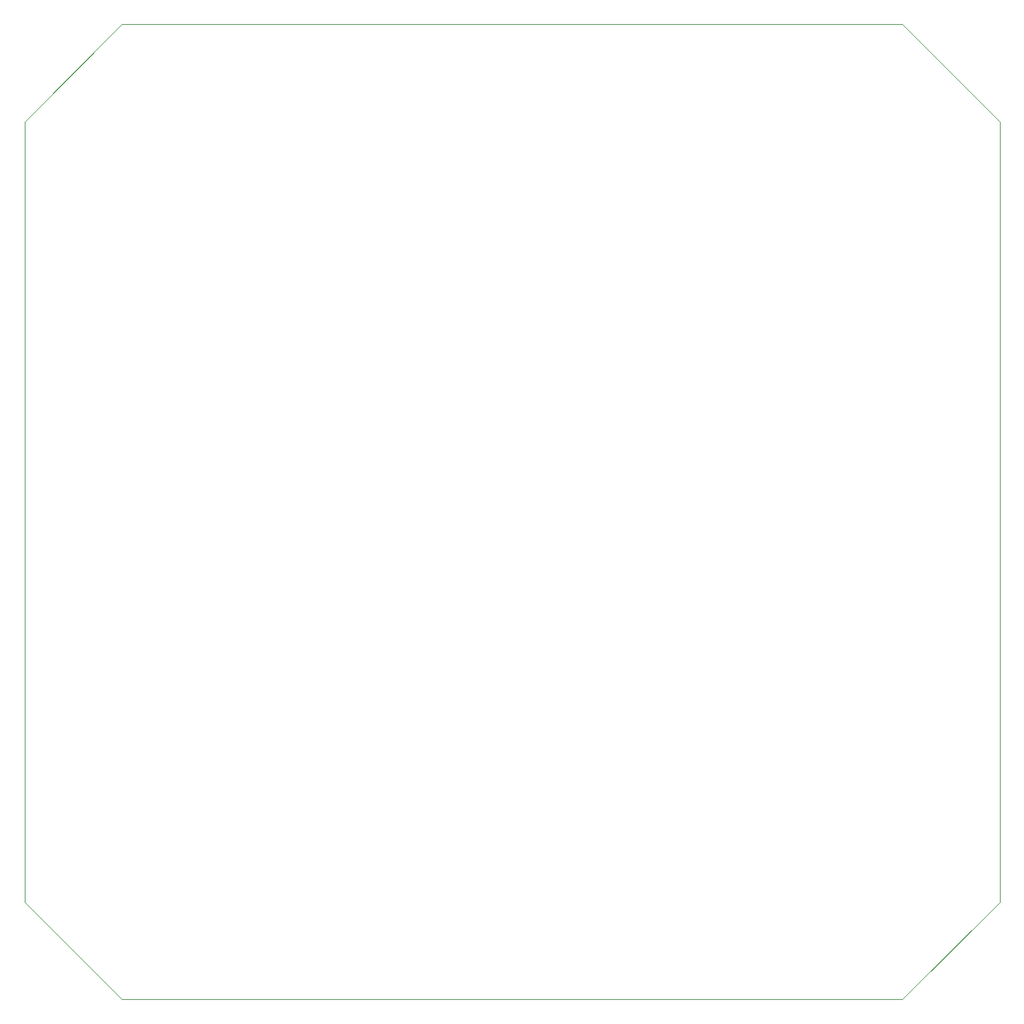
<source format=gbo>
%FSAX24Y24*%
%MOIN*%
G70*
G01*
G75*
G04 Layer_Color=32896*
%ADD10P,0.0835X4X202.5*%
%ADD11P,0.0835X4X157.5*%
%ADD12R,0.0591X0.0591*%
%ADD13P,0.0835X4X112.5*%
%ADD14P,0.0835X4X90.0*%
%ADD15P,0.0835X4X382.5*%
%ADD16P,0.0835X4X360.0*%
%ADD17P,0.0835X4X292.5*%
%ADD18P,0.0835X4X247.5*%
%ADD19P,0.1058X4X90.0*%
G04:AMPARAMS|DCode=20|XSize=63mil|YSize=55.1mil|CornerRadius=0mil|HoleSize=0mil|Usage=FLASHONLY|Rotation=45.000|XOffset=0mil|YOffset=0mil|HoleType=Round|Shape=Rectangle|*
%AMROTATEDRECTD20*
4,1,4,-0.0028,-0.0418,-0.0418,-0.0028,0.0028,0.0418,0.0418,0.0028,-0.0028,-0.0418,0.0*
%
%ADD20ROTATEDRECTD20*%

G04:AMPARAMS|DCode=21|XSize=15.7mil|YSize=53.2mil|CornerRadius=0mil|HoleSize=0mil|Usage=FLASHONLY|Rotation=45.000|XOffset=0mil|YOffset=0mil|HoleType=Round|Shape=Rectangle|*
%AMROTATEDRECTD21*
4,1,4,0.0132,-0.0244,-0.0244,0.0132,-0.0132,0.0244,0.0244,-0.0132,0.0132,-0.0244,0.0*
%
%ADD21ROTATEDRECTD21*%

%ADD22P,0.0835X4X337.5*%
%ADD23R,0.0591X0.0591*%
%ADD24R,0.0433X0.0669*%
%ADD25R,0.0197X0.0236*%
G04:AMPARAMS|DCode=26|XSize=66.9mil|YSize=43.3mil|CornerRadius=0mil|HoleSize=0mil|Usage=FLASHONLY|Rotation=45.000|XOffset=0mil|YOffset=0mil|HoleType=Round|Shape=Rectangle|*
%AMROTATEDRECTD26*
4,1,4,-0.0084,-0.0390,-0.0390,-0.0084,0.0084,0.0390,0.0390,0.0084,-0.0084,-0.0390,0.0*
%
%ADD26ROTATEDRECTD26*%

G04:AMPARAMS|DCode=27|XSize=21.7mil|YSize=68.9mil|CornerRadius=0mil|HoleSize=0mil|Usage=FLASHONLY|Rotation=135.000|XOffset=0mil|YOffset=0mil|HoleType=Round|Shape=Round|*
%AMOVALD27*
21,1,0.0472,0.0217,0.0000,0.0000,225.0*
1,1,0.0217,0.0167,0.0167*
1,1,0.0217,-0.0167,-0.0167*
%
%ADD27OVALD27*%

G04:AMPARAMS|DCode=28|XSize=21.7mil|YSize=68.9mil|CornerRadius=0mil|HoleSize=0mil|Usage=FLASHONLY|Rotation=45.000|XOffset=0mil|YOffset=0mil|HoleType=Round|Shape=Round|*
%AMOVALD28*
21,1,0.0472,0.0217,0.0000,0.0000,135.0*
1,1,0.0217,0.0167,-0.0167*
1,1,0.0217,-0.0167,0.0167*
%
%ADD28OVALD28*%

%ADD29R,0.0512X0.0984*%
%ADD30P,0.0835X4X67.5*%
%ADD31R,0.0591X0.0591*%
%ADD32R,0.0512X0.0610*%
%ADD33R,0.0098X0.0276*%
%ADD34R,0.0276X0.0098*%
%ADD35R,0.0236X0.0866*%
%ADD36R,0.0866X0.0236*%
%ADD37R,0.1181X0.0630*%
%ADD38R,0.2638X0.2638*%
G04:AMPARAMS|DCode=39|XSize=216.5mil|YSize=78.7mil|CornerRadius=0mil|HoleSize=0mil|Usage=FLASHONLY|Rotation=225.000|XOffset=0mil|YOffset=0mil|HoleType=Round|Shape=Rectangle|*
%AMROTATEDRECTD39*
4,1,4,0.0487,0.1044,0.1044,0.0487,-0.0487,-0.1044,-0.1044,-0.0487,0.0487,0.1044,0.0*
%
%ADD39ROTATEDRECTD39*%

%ADD40R,0.2165X0.0787*%
%ADD41R,0.0079X0.0197*%
G04:AMPARAMS|DCode=42|XSize=40mil|YSize=40mil|CornerRadius=20mil|HoleSize=0mil|Usage=FLASHONLY|Rotation=0.000|XOffset=0mil|YOffset=0mil|HoleType=Round|Shape=RoundedRectangle|*
%AMROUNDEDRECTD42*
21,1,0.0400,0.0000,0,0,0.0*
21,1,0.0000,0.0400,0,0,0.0*
1,1,0.0400,0.0000,0.0000*
1,1,0.0400,0.0000,0.0000*
1,1,0.0400,0.0000,0.0000*
1,1,0.0400,0.0000,0.0000*
%
%ADD42ROUNDEDRECTD42*%
%ADD43C,0.0512*%
%ADD44C,0.0039*%
%ADD45C,0.0100*%
%ADD46C,0.0140*%
%ADD47C,0.0200*%
%ADD48C,0.0005*%
G04:AMPARAMS|DCode=49|XSize=35.4mil|YSize=63mil|CornerRadius=0mil|HoleSize=0mil|Usage=FLASHONLY|Rotation=45.000|XOffset=0mil|YOffset=0mil|HoleType=Round|Shape=Round|*
%AMOVALD49*
21,1,0.0276,0.0354,0.0000,0.0000,135.0*
1,1,0.0354,0.0097,-0.0097*
1,1,0.0354,-0.0097,0.0097*
%
%ADD49OVALD49*%

%ADD50R,0.0591X0.0591*%
%ADD51C,0.0591*%
%ADD52C,0.0551*%
%ADD53C,0.0800*%
%ADD54C,0.0200*%
%ADD55C,0.2894*%
%ADD56C,0.0000*%
%ADD57C,0.0098*%
%ADD58C,0.0236*%
%ADD59C,0.0079*%
%ADD60C,0.0040*%
%ADD61C,0.0080*%
%ADD62P,0.0948X4X202.5*%
%ADD63P,0.0948X4X157.5*%
%ADD64R,0.0671X0.0671*%
%ADD65P,0.0948X4X112.5*%
%ADD66P,0.0948X4X90.0*%
%ADD67P,0.0948X4X382.5*%
%ADD68P,0.0948X4X360.0*%
%ADD69P,0.0948X4X292.5*%
%ADD70P,0.0948X4X247.5*%
%ADD71P,0.1171X4X90.0*%
G04:AMPARAMS|DCode=72|XSize=71mil|YSize=63.1mil|CornerRadius=0mil|HoleSize=0mil|Usage=FLASHONLY|Rotation=45.000|XOffset=0mil|YOffset=0mil|HoleType=Round|Shape=Rectangle|*
%AMROTATEDRECTD72*
4,1,4,-0.0028,-0.0474,-0.0474,-0.0028,0.0028,0.0474,0.0474,0.0028,-0.0028,-0.0474,0.0*
%
%ADD72ROTATEDRECTD72*%

G04:AMPARAMS|DCode=73|XSize=23.7mil|YSize=61.2mil|CornerRadius=0mil|HoleSize=0mil|Usage=FLASHONLY|Rotation=45.000|XOffset=0mil|YOffset=0mil|HoleType=Round|Shape=Rectangle|*
%AMROTATEDRECTD73*
4,1,4,0.0132,-0.0300,-0.0300,0.0132,-0.0132,0.0300,0.0300,-0.0132,0.0132,-0.0300,0.0*
%
%ADD73ROTATEDRECTD73*%

%ADD74P,0.0948X4X337.5*%
%ADD75R,0.0671X0.0671*%
%ADD76R,0.0513X0.0749*%
%ADD77R,0.0277X0.0316*%
G04:AMPARAMS|DCode=78|XSize=74.9mil|YSize=51.3mil|CornerRadius=0mil|HoleSize=0mil|Usage=FLASHONLY|Rotation=45.000|XOffset=0mil|YOffset=0mil|HoleType=Round|Shape=Rectangle|*
%AMROTATEDRECTD78*
4,1,4,-0.0084,-0.0446,-0.0446,-0.0084,0.0084,0.0446,0.0446,0.0084,-0.0084,-0.0446,0.0*
%
%ADD78ROTATEDRECTD78*%

G04:AMPARAMS|DCode=79|XSize=29.7mil|YSize=76.9mil|CornerRadius=0mil|HoleSize=0mil|Usage=FLASHONLY|Rotation=135.000|XOffset=0mil|YOffset=0mil|HoleType=Round|Shape=Round|*
%AMOVALD79*
21,1,0.0472,0.0297,0.0000,0.0000,225.0*
1,1,0.0297,0.0167,0.0167*
1,1,0.0297,-0.0167,-0.0167*
%
%ADD79OVALD79*%

G04:AMPARAMS|DCode=80|XSize=29.7mil|YSize=76.9mil|CornerRadius=0mil|HoleSize=0mil|Usage=FLASHONLY|Rotation=45.000|XOffset=0mil|YOffset=0mil|HoleType=Round|Shape=Round|*
%AMOVALD80*
21,1,0.0472,0.0297,0.0000,0.0000,135.0*
1,1,0.0297,0.0167,-0.0167*
1,1,0.0297,-0.0167,0.0167*
%
%ADD80OVALD80*%

%ADD81R,0.0592X0.1064*%
%ADD82P,0.0948X4X67.5*%
%ADD83R,0.0671X0.0671*%
%ADD84R,0.0592X0.0690*%
%ADD85R,0.0178X0.0356*%
%ADD86R,0.0356X0.0178*%
%ADD87R,0.0316X0.0946*%
%ADD88R,0.0946X0.0316*%
%ADD89R,0.1261X0.0710*%
%ADD90R,0.2718X0.2718*%
G04:AMPARAMS|DCode=91|XSize=224.5mil|YSize=86.7mil|CornerRadius=0mil|HoleSize=0mil|Usage=FLASHONLY|Rotation=225.000|XOffset=0mil|YOffset=0mil|HoleType=Round|Shape=Rectangle|*
%AMROTATEDRECTD91*
4,1,4,0.0487,0.1101,0.1101,0.0487,-0.0487,-0.1101,-0.1101,-0.0487,0.0487,0.1101,0.0*
%
%ADD91ROTATEDRECTD91*%

%ADD92R,0.2245X0.0867*%
%ADD93R,0.0159X0.0277*%
G04:AMPARAMS|DCode=94|XSize=48mil|YSize=48mil|CornerRadius=24mil|HoleSize=0mil|Usage=FLASHONLY|Rotation=0.000|XOffset=0mil|YOffset=0mil|HoleType=Round|Shape=RoundedRectangle|*
%AMROUNDEDRECTD94*
21,1,0.0480,0.0000,0,0,0.0*
21,1,0.0000,0.0480,0,0,0.0*
1,1,0.0480,0.0000,0.0000*
1,1,0.0480,0.0000,0.0000*
1,1,0.0480,0.0000,0.0000*
1,1,0.0480,0.0000,0.0000*
%
%ADD94ROUNDEDRECTD94*%
G04:AMPARAMS|DCode=95|XSize=43.4mil|YSize=71mil|CornerRadius=0mil|HoleSize=0mil|Usage=FLASHONLY|Rotation=45.000|XOffset=0mil|YOffset=0mil|HoleType=Round|Shape=Round|*
%AMOVALD95*
21,1,0.0276,0.0434,0.0000,0.0000,135.0*
1,1,0.0434,0.0097,-0.0097*
1,1,0.0434,-0.0097,0.0097*
%
%ADD95OVALD95*%

%ADD96R,0.0671X0.0671*%
%ADD97C,0.0671*%
%ADD98C,0.0631*%
%ADD99C,0.0880*%
%ADD100C,0.0280*%
%ADD101C,0.2974*%
D48*
X077270Y044276D02*
X081994Y049000D01*
X077270Y091520D02*
X081994Y086795D01*
X034750D02*
X039474Y091520D01*
X034750Y049000D02*
X039474Y044276D01*
X081994Y049000D02*
Y086795D01*
X039474Y044276D02*
X077270D01*
X034750Y049000D02*
Y086795D01*
X039474Y091520D02*
X077270D01*
M02*

</source>
